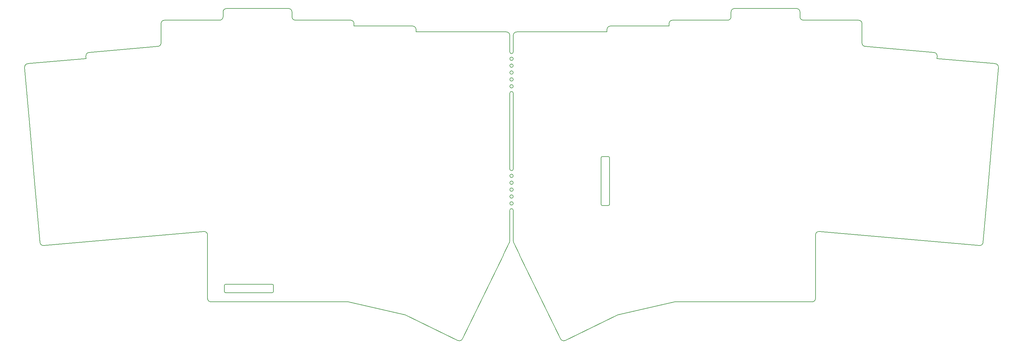
<source format=gbr>
%TF.GenerationSoftware,KiCad,Pcbnew,(6.0.6)*%
%TF.CreationDate,2022-07-17T13:15:28+02:00*%
%TF.ProjectId,main_wired,6d61696e-5f77-4697-9265-642e6b696361,v1.0.0*%
%TF.SameCoordinates,Original*%
%TF.FileFunction,Profile,NP*%
%FSLAX46Y46*%
G04 Gerber Fmt 4.6, Leading zero omitted, Abs format (unit mm)*
G04 Created by KiCad (PCBNEW (6.0.6)) date 2022-07-17 13:15:28*
%MOMM*%
%LPD*%
G01*
G04 APERTURE LIST*
%TA.AperFunction,Profile*%
%ADD10C,0.150000*%
%TD*%
G04 APERTURE END LIST*
D10*
X150363501Y-31356210D02*
G75*
G03*
X149363557Y-30356210I-999990J10D01*
G01*
X261354434Y-115556215D02*
G75*
G03*
X261129483Y-115581840I-23J-999985D01*
G01*
X150363501Y-32756210D02*
G75*
G03*
X151363557Y-33756210I1000010J10D01*
G01*
X185363557Y-35456210D02*
X168363557Y-35456210D01*
X131363557Y-30356246D02*
G75*
G03*
X130363557Y-31356210I-46J-999954D01*
G01*
X215563557Y-37156246D02*
G75*
G03*
X214563557Y-38156210I-46J-999954D01*
G01*
X75741645Y-81335099D02*
G75*
G03*
X75741684Y-81335544I45866J3799D01*
G01*
X316676401Y-41370772D02*
X336656385Y-43118795D01*
X314763557Y-33756210D02*
X298763557Y-33756210D01*
X91470728Y-43118795D02*
X111450712Y-41370772D01*
X297763501Y-32756210D02*
G75*
G03*
X298763557Y-33756210I1000010J10D01*
G01*
X337504415Y-44899481D02*
X337565424Y-44202145D01*
X126863557Y-115556210D02*
X166772679Y-115556210D01*
X129363557Y-33756246D02*
G75*
G03*
X130363557Y-32756210I-46J1000046D01*
G01*
X216406103Y-101886717D02*
G75*
G03*
X216459180Y-102018606I951808J306417D01*
G01*
X353867155Y-64399344D02*
X355348764Y-47464479D01*
X213563501Y-38156210D02*
G75*
G03*
X212563557Y-37156210I-999990J10D01*
G01*
X73687389Y-46381127D02*
G75*
G03*
X72778349Y-47464479I87152J-996193D01*
G01*
X214563557Y-86956210D02*
G75*
G03*
X214563557Y-86956210I-500000J0D01*
G01*
X229632366Y-126746468D02*
X244685604Y-119404513D01*
X214563557Y-88956210D02*
G75*
G03*
X213563557Y-88956210I-500000J0D01*
G01*
X259763557Y-35456210D02*
X242763557Y-35456210D01*
X278763557Y-30356246D02*
G75*
G03*
X277763557Y-31356210I-46J-999954D01*
G01*
X183441510Y-119404511D02*
G75*
G03*
X183228089Y-119328937I-438399J-898889D01*
G01*
X213491112Y-98129875D02*
G75*
G03*
X213563557Y-97756211I-927501J373675D01*
G01*
X77223361Y-98270403D02*
G75*
G03*
X78306643Y-99179448I996150J87103D01*
G01*
X303350713Y-95113871D02*
X349820471Y-99179448D01*
X199831913Y-126286045D02*
X211667934Y-102018606D01*
X214563557Y-78956210D02*
G75*
G03*
X214563557Y-78956210I-500000J0D01*
G01*
X90622698Y-44899481D02*
X73687389Y-46381129D01*
X130363557Y-31356210D02*
X130363557Y-32756210D01*
X261354434Y-115556210D02*
X301263557Y-115556210D01*
X214563557Y-50956210D02*
G75*
G03*
X214563557Y-50956210I-500000J0D01*
G01*
X112363557Y-34756210D02*
X112363557Y-40374578D01*
X125863557Y-114556210D02*
X125863557Y-96110066D01*
X228295231Y-126286030D02*
G75*
G03*
X229632365Y-126746468I898780J438330D01*
G01*
X168363501Y-34756210D02*
G75*
G03*
X167363557Y-33756210I-999990J10D01*
G01*
X296763557Y-30356210D02*
X278763557Y-30356210D01*
X241763557Y-37156210D02*
X215563557Y-37156210D01*
X168363557Y-35456210D02*
X168363557Y-34756210D01*
X214563557Y-44956210D02*
G75*
G03*
X214563557Y-44956210I-500000J0D01*
G01*
X125863501Y-114556210D02*
G75*
G03*
X126863557Y-115556210I1000010J10D01*
G01*
X244899024Y-119328937D02*
X261129483Y-115581840D01*
X183441509Y-119404513D02*
X198494748Y-126746468D01*
X75741684Y-81335545D02*
X77223292Y-98270409D01*
X111450718Y-41370835D02*
G75*
G03*
X112363556Y-40374579I-87207J996235D01*
G01*
X350903821Y-98270409D02*
X352385430Y-81335545D01*
X214563557Y-52956210D02*
G75*
G03*
X214563557Y-52956210I-500000J0D01*
G01*
X166997630Y-115581840D02*
X183228089Y-119328937D01*
X302263557Y-114556210D02*
X302263557Y-96110066D01*
X213396838Y-98450776D02*
G75*
G03*
X213491119Y-98129878I-898827J438376D01*
G01*
X78306643Y-99179448D02*
X124776401Y-95113871D01*
X352385430Y-81335545D02*
G75*
G03*
X352385469Y-81335100I-45819J4245D01*
G01*
X90561689Y-44202145D02*
X90622698Y-44899481D01*
X125863541Y-96110066D02*
G75*
G03*
X124776401Y-95113871I-1000030J-34D01*
G01*
X277763557Y-31356210D02*
X277763557Y-32756210D01*
X244899024Y-119328937D02*
G75*
G03*
X244685604Y-119404513I224987J-974463D01*
G01*
X212563557Y-37156210D02*
X186363557Y-37156210D01*
X74259997Y-64399790D02*
G75*
G03*
X74259958Y-64399344I-50086J-4110D01*
G01*
X198494738Y-126746489D02*
G75*
G03*
X199831913Y-126286045I438373J898789D01*
G01*
X150363557Y-32756210D02*
X150363557Y-31356210D01*
X211667939Y-102018608D02*
G75*
G03*
X211721016Y-101886719I-898728J438308D01*
G01*
X214730276Y-98450775D02*
X216406098Y-101886719D01*
X91470727Y-43118783D02*
G75*
G03*
X90561690Y-44202145I87184J-996217D01*
G01*
X353867116Y-64399789D02*
X352385469Y-81335099D01*
X214563557Y-46956210D02*
G75*
G03*
X214563557Y-46956210I-500000J0D01*
G01*
X303350706Y-95113955D02*
G75*
G03*
X302263557Y-96110066I-87195J-996145D01*
G01*
X354439725Y-46381129D02*
X337504415Y-44899481D01*
X301263557Y-115556246D02*
G75*
G03*
X302263557Y-114556210I-46J1000046D01*
G01*
X113363557Y-33756246D02*
G75*
G03*
X112363557Y-34756210I-46J-999954D01*
G01*
X214563557Y-82956210D02*
G75*
G03*
X214563557Y-82956210I-500000J0D01*
G01*
X315763501Y-34756210D02*
G75*
G03*
X314763557Y-33756210I-999990J10D01*
G01*
X216459179Y-102018606D02*
X228295200Y-126286045D01*
X276763557Y-33756246D02*
G75*
G03*
X277763557Y-32756210I-46J1000046D01*
G01*
X214563557Y-88956210D02*
X214563557Y-97756210D01*
X242763557Y-35456246D02*
G75*
G03*
X241763557Y-36456210I-46J-999954D01*
G01*
X72778350Y-47464479D02*
X74259958Y-64399344D01*
X213563557Y-42956210D02*
G75*
G03*
X214563557Y-42956210I500000J0D01*
G01*
X214563557Y-54956210D02*
X214563557Y-76956210D01*
X297763501Y-31356210D02*
G75*
G03*
X296763557Y-30356210I-999990J10D01*
G01*
X213563557Y-76956210D02*
G75*
G03*
X214563557Y-76956210I500000J0D01*
G01*
X214563557Y-38156210D02*
X214563557Y-42956210D01*
X213563557Y-76956210D02*
X213563557Y-54956210D01*
X166997632Y-115581833D02*
G75*
G03*
X166772679Y-115556210I-224921J-974367D01*
G01*
X297763557Y-32756210D02*
X297763557Y-31356210D01*
X214563557Y-48956210D02*
G75*
G03*
X214563557Y-48956210I-500000J0D01*
G01*
X129363557Y-33756210D02*
X113363557Y-33756210D01*
X260763557Y-33756246D02*
G75*
G03*
X259763557Y-34756210I-46J-999954D01*
G01*
X167363557Y-33756210D02*
X151363557Y-33756210D01*
X214563557Y-54956210D02*
G75*
G03*
X213563557Y-54956210I-500000J0D01*
G01*
X241763557Y-37156210D02*
X241763557Y-36456210D01*
X213563557Y-97756210D02*
X213563557Y-88956210D01*
X186363557Y-37156210D02*
X186363557Y-36456210D01*
X276763557Y-33756210D02*
X260763557Y-33756210D01*
X315763557Y-40374578D02*
X315763557Y-34756210D01*
X213563557Y-42956210D02*
X213563557Y-38156210D01*
X337565420Y-44202145D02*
G75*
G03*
X336656385Y-43118794I-996209J87145D01*
G01*
X211721016Y-101886719D02*
X213396837Y-98450775D01*
X214635997Y-98129878D02*
G75*
G03*
X214730276Y-98450775I993114J117478D01*
G01*
X214563549Y-97756210D02*
G75*
G03*
X214635994Y-98129878I999962J10D01*
G01*
X214563557Y-80956210D02*
G75*
G03*
X214563557Y-80956210I-500000J0D01*
G01*
X349820466Y-99179507D02*
G75*
G03*
X350903821Y-98270408I87145J996207D01*
G01*
X75741645Y-81335099D02*
X74259997Y-64399789D01*
X315763537Y-40374578D02*
G75*
G03*
X316676401Y-41370773I999974J-22D01*
G01*
X214563557Y-84956210D02*
G75*
G03*
X214563557Y-84956210I-500000J0D01*
G01*
X149363557Y-30356210D02*
X131363557Y-30356210D01*
X355348776Y-47464480D02*
G75*
G03*
X354439724Y-46381129I-996165J87180D01*
G01*
X186363501Y-36456210D02*
G75*
G03*
X185363557Y-35456210I-999990J10D01*
G01*
X259763557Y-34756210D02*
X259763557Y-35456210D01*
%TO.C,REF\u002A\u002A*%
X242163557Y-73356210D02*
X240363557Y-73356210D01*
X240363557Y-87556210D02*
X242163557Y-87556210D01*
X242463557Y-87256210D02*
X242463557Y-73656210D01*
X240063557Y-73656210D02*
X240063557Y-87256210D01*
X240363557Y-73356210D02*
G75*
G03*
X240063557Y-73656210I0J-300000D01*
G01*
X242463557Y-73656210D02*
G75*
G03*
X242163557Y-73356210I-300000J0D01*
G01*
X240063557Y-87256210D02*
G75*
G03*
X240363557Y-87556210I300000J0D01*
G01*
X242163557Y-87556210D02*
G75*
G03*
X242463557Y-87256210I0J300000D01*
G01*
X144663557Y-110456210D02*
X131063557Y-110456210D01*
X130763557Y-110756210D02*
X130763557Y-112556210D01*
X144963557Y-112556210D02*
X144963557Y-110756210D01*
X131063557Y-112856210D02*
X144663557Y-112856210D01*
X144663557Y-112856210D02*
G75*
G03*
X144963557Y-112556210I0J300000D01*
G01*
X131063557Y-110456210D02*
G75*
G03*
X130763557Y-110756210I0J-300000D01*
G01*
X144963557Y-110756210D02*
G75*
G03*
X144663557Y-110456210I-300000J0D01*
G01*
X130763557Y-112556210D02*
G75*
G03*
X131063557Y-112856210I300000J0D01*
G01*
%TD*%
M02*

</source>
